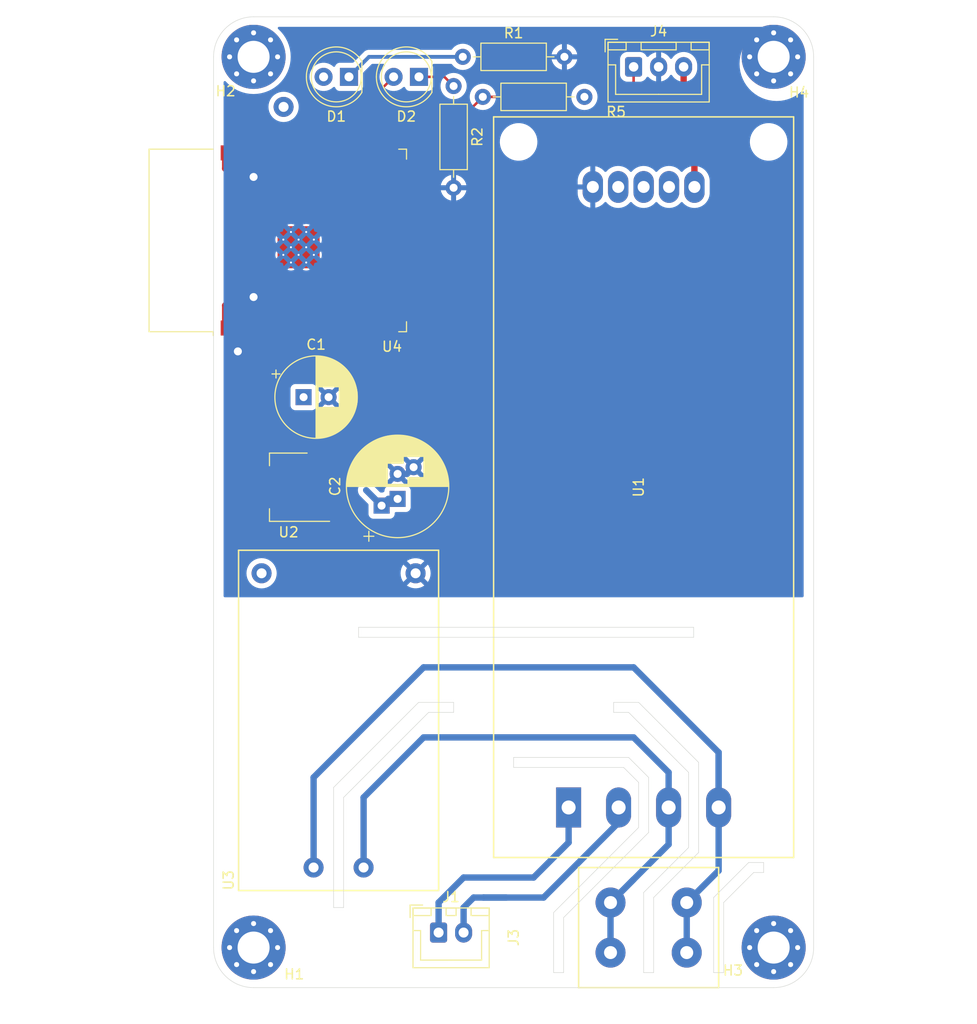
<source format=kicad_pcb>
(kicad_pcb (version 20221018) (generator pcbnew)
  (layers (0 "F.Cu" signal) (31 "B.Cu" signal) (34 "B.Paste" user) (35 "F.Paste" user) (36 "B.SilkS" user "B.Silkscreen") (37 "F.SilkS" user "F.Silkscreen") (38 "B.Mask" user) (39 "F.Mask" user) (44 "Edge.Cuts" user))
  (net 0 "")
  (net 1 "GND")
  (net 2 "+5V")
  (net 3 "+3V3")
  (net 4 "Net-(J3-Pin_1)")
  (net 5 "Net-(J3-Pin_2)")
  (net 6 "Net-(J4-Pin_1)")
  (net 7 "Net-(J1-Pin_1)")
  (net 8 "Net-(J1-Pin_2)")
  (net 9 "Net-(U1-RX)")
  (net 10 "Net-(U1-TX)")
  (net 11 "Net-(U1-CF)")
  (net 41 "Net-(D1-K)")
  (net 42 "Net-(D2-K)")
  (net 43 "Net-(D2-A)")
  (footprint "MountingHole:MountingHole_3.2mm_M3_Pad_Via" (layer "F.Cu") (at 56 -93)
    (fp_text reference "H4" (at 2.54 3.556) (layer "F.SilkS"))
    (fp_text value "MountingHole" hide)
    (pad "1" thru_hole circle (at -2.4 0) (size 0.8 0.8) (drill 0.5) (layers "*.Cu" "*.Mask"))
    (pad "1" thru_hole circle (at -1.697056 -1.697056) (size 0.8 0.8) (drill 0.5) (layers "*.Cu" "*.Mask"))
    (pad "1" thru_hole circle (at -1.697056 1.697056) (size 0.8 0.8) (drill 0.5) (layers "*.Cu" "*.Mask"))
    (pad "1" thru_hole circle (at 0 -2.4) (size 0.8 0.8) (drill 0.5) (layers "*.Cu" "*.Mask"))
    (pad "1" thru_hole circle (at 0 0) (size 6.4 6.4) (drill 3.2) (layers "*.Cu" "*.Mask"))
    (pad "1" thru_hole circle (at 0 2.4) (size 0.8 0.8) (drill 0.5) (layers "*.Cu" "*.Mask"))
    (pad "1" thru_hole circle (at 1.697056 -1.697056) (size 0.8 0.8) (drill 0.5) (layers "*.Cu" "*.Mask"))
    (pad "1" thru_hole circle (at 1.697056 1.697056) (size 0.8 0.8) (drill 0.5) (layers "*.Cu" "*.Mask"))
    (pad "1" thru_hole circle (at 2.4 0) (size 0.8 0.8) (drill 0.5) (layers "*.Cu" "*.Mask"))
  )
  (footprint "MountingHole:MountingHole_3.2mm_M3_Pad_Via" (layer "F.Cu") (at 56 -4)
    (fp_text reference "H3" (at -4.064 2.286) (layer "F.SilkS"))
    (fp_text value "MountingHole")
    (pad "1" thru_hole circle (at -2.4 0) (size 0.8 0.8) (drill 0.5) (layers "*.Cu" "*.Mask"))
    (pad "1" thru_hole circle (at -1.697056 -1.697056) (size 0.8 0.8) (drill 0.5) (layers "*.Cu" "*.Mask"))
    (pad "1" thru_hole circle (at -1.697056 1.697056) (size 0.8 0.8) (drill 0.5) (layers "*.Cu" "*.Mask"))
    (pad "1" thru_hole circle (at 0 -2.4) (size 0.8 0.8) (drill 0.5) (layers "*.Cu" "*.Mask"))
    (pad "1" thru_hole circle (at 0 0) (size 6.4 6.4) (drill 3.2) (layers "*.Cu" "*.Mask"))
    (pad "1" thru_hole circle (at 0 2.4) (size 0.8 0.8) (drill 0.5) (layers "*.Cu" "*.Mask"))
    (pad "1" thru_hole circle (at 1.697056 -1.697056) (size 0.8 0.8) (drill 0.5) (layers "*.Cu" "*.Mask"))
    (pad "1" thru_hole circle (at 1.697056 1.697056) (size 0.8 0.8) (drill 0.5) (layers "*.Cu" "*.Mask"))
    (pad "1" thru_hole circle (at 2.4 0) (size 0.8 0.8) (drill 0.5) (layers "*.Cu" "*.Mask"))
  )
  (footprint "MountingHole:MountingHole_3.2mm_M3_Pad_Via" (layer "F.Cu") (at 4 -93)
    (fp_text reference "H2" (at -2.794 3.429) (layer "F.SilkS"))
    (fp_text value "MountingHole")
    (pad "1" thru_hole circle (at -2.4 0) (size 0.8 0.8) (drill 0.5) (layers "*.Cu" "*.Mask"))
    (pad "1" thru_hole circle (at -1.697056 -1.697056) (size 0.8 0.8) (drill 0.5) (layers "*.Cu" "*.Mask"))
    (pad "1" thru_hole circle (at -1.697056 1.697056) (size 0.8 0.8) (drill 0.5) (layers "*.Cu" "*.Mask"))
    (pad "1" thru_hole circle (at 0 -2.4) (size 0.8 0.8) (drill 0.5) (layers "*.Cu" "*.Mask"))
    (pad "1" thru_hole circle (at 0 0) (size 6.4 6.4) (drill 3.2) (layers "*.Cu" "*.Mask"))
    (pad "1" thru_hole circle (at 0 2.4) (size 0.8 0.8) (drill 0.5) (layers "*.Cu" "*.Mask"))
    (pad "1" thru_hole circle (at 1.697056 -1.697056) (size 0.8 0.8) (drill 0.5) (layers "*.Cu" "*.Mask"))
    (pad "1" thru_hole circle (at 1.697056 1.697056) (size 0.8 0.8) (drill 0.5) (layers "*.Cu" "*.Mask"))
    (pad "1" thru_hole circle (at 2.4 0) (size 0.8 0.8) (drill 0.5) (layers "*.Cu" "*.Mask"))
  )
  (footprint "MountingHole:MountingHole_3.2mm_M3_Pad_Via" (layer "F.Cu") (at 4 -4)
    (fp_text reference "H1" (at 4.064 2.667) (layer "F.SilkS"))
    (fp_text value "MountingHole")
    (pad "1" thru_hole circle (at -2.4 0) (size 0.8 0.8) (drill 0.5) (layers "*.Cu" "*.Mask"))
    (pad "1" thru_hole circle (at -1.697056 -1.697056) (size 0.8 0.8) (drill 0.5) (layers "*.Cu" "*.Mask"))
    (pad "1" thru_hole circle (at -1.697056 1.697056) (size 0.8 0.8) (drill 0.5) (layers "*.Cu" "*.Mask"))
    (pad "1" thru_hole circle (at 0 -2.4) (size 0.8 0.8) (drill 0.5) (layers "*.Cu" "*.Mask"))
    (pad "1" thru_hole circle (at 0 0) (size 6.4 6.4) (drill 3.2) (layers "*.Cu" "*.Mask"))
    (pad "1" thru_hole circle (at 0 2.4) (size 0.8 0.8) (drill 0.5) (layers "*.Cu" "*.Mask"))
    (pad "1" thru_hole circle (at 1.697056 -1.697056) (size 0.8 0.8) (drill 0.5) (layers "*.Cu" "*.Mask"))
    (pad "1" thru_hole circle (at 1.697056 1.697056) (size 0.8 0.8) (drill 0.5) (layers "*.Cu" "*.Mask"))
    (pad "1" thru_hole circle (at 2.4 0) (size 0.8 0.8) (drill 0.5) (layers "*.Cu" "*.Mask"))
  )
  (footprint "Capacitor_THT:CP_Radial_D8.0mm_P2.50mm" (layer "F.Cu") (at 9 -59)
    (fp_text reference "C1" (at 1.25 -5.25) (layer "F.SilkS"))
    (fp_text value "CP")
    (pad "1" thru_hole rect (at 0 0) (size 1.6 1.6) (drill 0.8) (layers "*.Cu" "*.Mask") (net 3 "+3V3"))
    (pad "2" thru_hole circle (at 2.5 0) (size 1.6 1.6) (drill 0.8) (layers "*.Cu" "*.Mask") (net 1 "GND"))
  )
  (footprint "custom:PZEM-004T-100A-D-P" (layer "F.Cu") (at 43 -50 90)
    (fp_text reference "U1" (at 0 -0.5 90 unlocked) (layer "F.SilkS"))
    (fp_text value "~")
    (pad "" np_thru_hole circle (at -34.5 -12.5 90) (size 3.25 3.25) (drill 3.25) (layers "F&B.Cu" "*.Mask"))
    (pad "" np_thru_hole circle (at -34.5 12.5 180) (size 3.25 3.25) (drill 3.25) (layers "F&B.Cu" "*.Mask"))
    (pad "" np_thru_hole circle (at 34.5 -12.5 90) (size 3.25 3.25) (drill 3.25) (layers "F&B.Cu" "*.Mask"))
    (pad "" np_thru_hole circle (at 34.5 12.5 90) (size 3.25 3.25) (drill 3.25) (layers "F&B.Cu" "*.Mask"))
    (pad "1" thru_hole rect (at -32 -7.5 90) (size 4 2.5) (drill 1.4) (layers "*.Cu" "*.Mask") (net 7 "Net-(J1-Pin_1)"))
    (pad "2" thru_hole oval (at -32 -2.5 90) (size 4 2.5) (drill 1.4) (layers "*.Cu" "*.Mask") (net 8 "Net-(J1-Pin_2)"))
    (pad "3" thru_hole oval (at -32 2.5 90) (size 4 2.5) (drill 1.4) (layers "*.Cu" "*.Mask") (net 5 "Net-(J3-Pin_2)"))
    (pad "4" thru_hole oval (at -32 7.5 90) (size 4 2.5) (drill 1.4) (layers "*.Cu" "*.Mask") (net 4 "Net-(J3-Pin_1)"))
    (pad "5" thru_hole oval (at 30 5.08 90) (size 3.175 2.032) (drill 1.2) (layers "*.Cu" "*.Mask") (net 3 "+3V3"))
    (pad "6" thru_hole oval (at 30 2.54 90) (size 3.175 2.032) (drill 1.2) (layers "*.Cu" "*.Mask") (net 9 "Net-(U1-RX)"))
    (pad "7" thru_hole oval (at 30 0 90) (size 3.175 2.032) (drill 1.2) (layers "*.Cu" "*.Mask") (net 10 "Net-(U1-TX)"))
    (pad "8" thru_hole oval (at 30 -2.54 90) (size 3.175 2.032) (drill 1.2) (layers "*.Cu" "*.Mask") (net 11 "Net-(U1-CF)"))
    (pad "9" thru_hole oval (at 30 -5.08 90) (size 3.175 2.032) (drill 1.2) (layers "*.Cu" "*.Mask") (net 1 "GND"))
  )
  (footprint "Connector_JST:JST_XH_B2B-XH-A_1x02_P2.50mm_Vertical" (layer "F.Cu") (at 22.5 -5.5)
    (fp_text reference "J1" (at 1.25 -3.55) (layer "F.SilkS"))
    (fp_text value "Conn_01x04")
    (pad "1" thru_hole roundrect (at 0 0) (size 1.7 2) (drill 1) (layers "*.Cu" "*.Mask") (roundrect_rratio 0.147059) (net 7 "Net-(J1-Pin_1)"))
    (pad "2" thru_hole oval (at 2.5 0) (size 1.7 2) (drill 1) (layers "*.Cu" "*.Mask") (net 8 "Net-(J1-Pin_2)"))
  )
  (footprint "Resistor_THT:R_Axial_DIN0207_L6.3mm_D2.5mm_P10.16mm_Horizontal" (layer "F.Cu") (at 24 -90.08 -90)
    (fp_text reference "R2" (at 5.08 -2.37 90) (layer "F.SilkS"))
    (fp_text value "R_Small")
    (pad "1" thru_hole circle (at 0 0 270) (size 1.6 1.6) (drill 0.8) (layers "*.Cu" "*.Mask") (net 42 "Net-(D2-K)"))
    (pad "2" thru_hole oval (at 10.16 0 270) (size 1.6 1.6) (drill 0.8) (layers "*.Cu" "*.Mask") (net 1 "GND"))
  )
  (footprint "RF_Module:ESP32-WROOM-32" (layer "F.Cu") (at 9.41 -74.655 90)
    (fp_text reference "U4" (at -10.61 8.43) (layer "F.SilkS"))
    (fp_text value "ESP32-WROOM-32")
    (pad "1" smd rect locked (at -8.75 -8.25 90) (size 1.5 0.9) (layers "F.Cu" "F.Paste" "F.Mask") (net 1 "GND"))
    (pad "2" smd rect locked (at -8.75 -6.98 90) (size 1.5 0.9) (layers "F.Cu" "F.Paste" "F.Mask") (net 3 "+3V3"))
    (pad "3" smd rect locked (at -8.75 -5.71 90) (size 1.5 0.9) (layers "F.Cu" "F.Paste" "F.Mask"))
    (pad "4" smd rect locked (at -8.75 -4.44 90) (size 1.5 0.9) (layers "F.Cu" "F.Paste" "F.Mask"))
    (pad "5" smd rect locked (at -8.75 -3.17 90) (size 1.5 0.9) (layers "F.Cu" "F.Paste" "F.Mask"))
    (pad "6" smd rect locked (at -8.75 -1.9 90) (size 1.5 0.9) (layers "F.Cu" "F.Paste" "F.Mask"))
    (pad "7" smd rect locked (at -8.75 -0.63 90) (size 1.5 0.9) (layers "F.Cu" "F.Paste" "F.Mask"))
    (pad "8" smd rect locked (at -8.75 0.64 90) (size 1.5 0.9) (layers "F.Cu" "F.Paste" "F.Mask") (net 43 "Net-(D2-A)"))
    (pad "9" smd rect locked (at -8.75 1.91 90) (size 1.5 0.9) (layers "F.Cu" "F.Paste" "F.Mask"))
    (pad "10" smd rect locked (at -8.75 3.18 90) (size 1.5 0.9) (layers "F.Cu" "F.Paste" "F.Mask") (net 6 "Net-(J4-Pin_1)"))
    (pad "11" smd rect locked (at -8.75 4.45 90) (size 1.5 0.9) (layers "F.Cu" "F.Paste" "F.Mask"))
    (pad "12" smd rect locked (at -8.75 5.72 90) (size 1.5 0.9) (layers "F.Cu" "F.Paste" "F.Mask"))
    (pad "13" smd rect locked (at -8.75 6.99 90) (size 1.5 0.9) (layers "F.Cu" "F.Paste" "F.Mask"))
    (pad "14" smd rect locked (at -8.75 8.26 90) (size 1.5 0.9) (layers "F.Cu" "F.Paste" "F.Mask"))
    (pad "15" smd rect locked (at -5.71 9.51 180) (size 1.5 0.9) (layers "F.Cu" "F.Paste" "F.Mask") (net 1 "GND"))
    (pad "16" smd rect locked (at -4.44 9.51 180) (size 1.5 0.9) (layers "F.Cu" "F.Paste" "F.Mask"))
    (pad "17" smd rect locked (at -3.17 9.51 180) (size 1.5 0.9) (layers "F.Cu" "F.Paste" "F.Mask"))
    (pad "18" smd rect locked (at -1.9 9.51 180) (size 1.5 0.9) (layers "F.Cu" "F.Paste" "F.Mask"))
    (pad "19" smd rect locked (at -0.63 9.51 180) (size 1.5 0.9) (layers "F.Cu" "F.Paste" "F.Mask"))
    (pad "20" smd rect locked (at 0.64 9.51 180) (size 1.5 0.9) (layers "F.Cu" "F.Paste" "F.Mask"))
    (pad "21" smd rect locked (at 1.91 9.51 180) (size 1.5 0.9) (layers "F.Cu" "F.Paste" "F.Mask"))
    (pad "22" smd rect locked (at 3.18 9.51 180) (size 1.5 0.9) (layers "F.Cu" "F.Paste" "F.Mask"))
    (pad "23" smd rect locked (at 4.45 9.51 180) (size 1.5 0.9) (layers "F.Cu" "F.Paste" "F.Mask"))
    (pad "24" smd rect locked (at 5.72 9.51 180) (size 1.5 0.9) (layers "F.Cu" "F.Paste" "F.Mask"))
    (pad "25" smd rect locked (at 8.75 8.26 90) (size 1.5 0.9) (layers "F.Cu" "F.Paste" "F.Mask"))
    (pad "26" smd rect locked (at 8.75 6.99 90) (size 1.5 0.9) (layers "F.Cu" "F.Paste" "F.Mask"))
    (pad "27" smd rect locked (at 8.75 5.72 90) (size 1.5 0.9) (layers "F.Cu" "F.Paste" "F.Mask") (net 11 "Net-(U1-CF)"))
    (pad "28" smd rect locked (at 8.75 4.45 90) (size 1.5 0.9) (layers "F.Cu" "F.Paste" "F.Mask") (net 10 "Net-(U1-TX)"))
    (pad "29" smd rect locked (at 8.75 3.18 90) (size 1.5 0.9) (layers "F.Cu" "F.Paste" "F.Mask"))
    (pad "30" smd rect locked (at 8.75 1.91 90) (size 1.5 0.9) (layers "F.Cu" "F.Paste" "F.Mask") (net 9 "Net-(U1-RX)"))
    (pad "31" smd rect locked (at 8.75 0.64 90) (size 1.5 0.9) (layers "F.Cu" "F.Paste" "F.Mask"))
    (pad "32" smd rect locked (at 8.75 -0.63 90) (size 1.5 0.9) (layers "F.Cu" "F.Paste" "F.Mask"))
    (pad "33" smd rect locked (at 8.75 -1.9 90) (size 1.5 0.9) (layers "F.Cu" "F.Paste" "F.Mask"))
    (pad "34" smd rect locked (at 8.75 -3.17 90) (size 1.5 0.9) (layers "F.Cu" "F.Paste" "F.Mask"))
    (pad "35" smd rect locked (at 8.75 -4.44 90) (size 1.5 0.9) (layers "F.Cu" "F.Paste" "F.Mask"))
    (pad "36" smd rect locked (at 8.75 -5.71 90) (size 1.5 0.9) (layers "F.Cu" "F.Paste" "F.Mask"))
    (pad "37" smd rect locked (at 8.75 -6.98 90) (size 1.5 0.9) (layers "F.Cu" "F.Paste" "F.Mask"))
    (pad "38" smd rect locked (at 8.75 -8.25 90) (size 1.5 0.9) (layers "F.Cu" "F.Paste" "F.Mask") (net 1 "GND"))
    (pad "39" smd rect locked (at -2.205 -2.435 90) (size 1.05 1.05) (layers "F.Cu" "F.Paste") (net 1 "GND"))
    (pad "39" thru_hole circle locked (at -2.205 -1.6725 90) (size 0.6 0.6) (drill 0.2) (property pad_prop_heatsink) (layers "*.Cu" "F.Mask") (net 1 "GND"))
    (pad "39" smd rect locked (at -2.205 -0.91 90) (size 1.05 1.05) (layers "F.Cu" "F.Paste") (net 1 "GND"))
    (pad "39" thru_hole circle locked (at -2.205 -0.1475 90) (size 0.6 0.6) (drill 0.2) (property pad_prop_heatsink) (layers "*.Cu" "F.Mask") (net 1 "GND"))
    (pad "39" smd rect locked (at -2.205 0.615 90) (size 1.05 1.05) (layers "F.Cu" "F.Paste") (net 1 "GND"))
    (pad "39" thru_hole circle locked (at -1.4425 -2.435 90) (size 0.6 0.6) (drill 0.2) (property pad_prop_heatsink) (layers "*.Cu" "F.Mask") (net 1 "GND"))
    (pad "39" thru_hole circle locked (at -1.4425 -0.91 90) (size 0.6 0.6) (drill 0.2) (property pad_prop_heatsink) (layers "*.Cu" "F.Mask") (net 1 "GND"))
    (pad "39" thru_hole circle locked (at -1.4425 0.615 90) (size 0.6 0.6) (drill 0.2) (property pad_prop_heatsink) (layers "*.Cu" "F.Mask") (net 1 "GND"))
    (pad "39" smd rect locked (at -0.68 -2.435 90) (size 1.05 1.05) (layers "F.Cu" "F.Paste") (net 1 "GND"))
    (pad "39" thru_hole circle locked (at -0.68 -1.6725 90) (size 0.6 0.6) (drill 0.2) (property pad_prop_heatsink) (layers "*.Cu" "F.Mask") (net 1 "GND"))
    (pad "39" smd rect locked (at -0.68 -0.91 90) (size 1.05 1.05) (layers "F.Cu" "F.Paste") (net 1 "GND"))
    (pad "39" smd rect locked (at -0.68 -0.91 90) (size 4.2 4.2) (layers "F.Cu" "F.Mask") (net 1 "GND"))
    (pad "39" thru_hole circle locked (at -0.68 -0.1475 90) (size 0.6 0.6) (drill 0.2) (property pad_prop_heatsink) (layers "*.Cu" "F.Mask") (net 1 "GND"))
    (pad "39" smd rect locked (at -0.68 0.615 90) (size 1.05 1.05) (layers "F.Cu" "F.Paste") (net 1 "GND"))
    (pad "39" thru_hole circle locked (at 0.0825 -2.435 90) (size 0.6 0.6) (drill 0.2) (property pad_prop_heatsink) (layers "*.Cu" "F.Mask") (net 1 "GND"))
    (pad "39" thru_hole circle locked (at 0.0825 -0.91 90) (size 0.6 0.6) (drill 0.2) (property pad_prop_heatsink) (layers "*.Cu" "F.Mask") (net 1 "GND"))
    (pad "39" thru_hole circle locked (at 0.0825 0.615 90) (size 0.6 0.6) (drill 0.2) (property pad_prop_heatsink) (layers "*.Cu" "F.Mask") (net 1 "GND"))
    (pad "39" smd rect locked (at 0.845 -2.435 90) (size 1.05 1.05) (layers "F.Cu" "F.Paste") (net 1 "GND"))
    (pad "39" thru_hole circle locked (at 0.845 -1.6725 90) (size 0.6 0.6) (drill 0.2) (property pad_prop_heatsink) (layers "*.Cu" "F.Mask") (net 1 "GND"))
    (pad "39" smd rect locked (at 0.845 -0.91 90) (size 1.05 1.05) (layers "F.Cu" "F.Paste") (net 1 "GND"))
    (pad "39" thru_hole circle locked (at 0.845 -0.1475 90) (size 0.6 0.6) (drill 0.2) (property pad_prop_heatsink) (layers "*.Cu" "F.Mask") (net 1 "GND"))
    (pad "39" smd rect locked (at 0.845 0.615 90) (size 1.05 1.05) (layers "F.Cu" "F.Paste") (net 1 "GND"))
    (zone (net 0) (net_name "") (layers "F.Cu" "In1.Cu" "B.Cu") (connect_pads (clearance 0)) (min_thickness 0.254)
      (keepout (tracks not_allowed) (vias not_allowed) (pads not_allowed) (copperpour not_allowed) (footprints not_allowed))
      (fill (thermal_gap 0.508) (thermal_bridge_width 0.508))
      (polygon (pts (xy -0.39 -50.655) (xy -0.39 -98.655) (xy -21.33 -98.655) (xy -21.33 -50.655)))
    )
  )
  (footprint "Resistor_THT:R_Axial_DIN0207_L6.3mm_D2.5mm_P10.16mm_Horizontal" (layer "F.Cu") (at 37.08 -89 180)
    (fp_text reference "R5" (at -3.17 -1.5) (layer "F.SilkS"))
    (fp_text value "R_Small")
    (pad "1" thru_hole circle (at 0 0 180) (size 1.6 1.6) (drill 0.8) (layers "*.Cu" "*.Mask") (net 3 "+3V3"))
    (pad "2" thru_hole oval (at 10.16 0 180) (size 1.6 1.6) (drill 0.8) (layers "*.Cu" "*.Mask") (net 6 "Net-(J4-Pin_1)"))
  )
  (footprint "LED_THT:LED_D5.0mm" (layer "F.Cu") (at 20.54 -91 180)
    (fp_text reference "D2" (at 1.27 -3.96) (layer "F.SilkS"))
    (fp_text value "LED")
    (pad "1" thru_hole rect (at 0 0 180) (size 1.8 1.8) (drill 0.9) (layers "*.Cu" "*.Mask") (net 42 "Net-(D2-K)"))
    (pad "2" thru_hole circle (at 2.54 0 180) (size 1.8 1.8) (drill 0.9) (layers "*.Cu" "*.Mask") (net 43 "Net-(D2-A)"))
  )
  (footprint "Capacitor_THT:CP_Radial_D10.0mm_P2.50mm_P5.00mm" (layer "F.Cu") (at 18.4 -48.829063 90)
    (fp_text reference "C2" (at 1.25 -6.25 90) (layer "F.SilkS"))
    (fp_text value "CP")
    (pad "1" thru_hole rect (at -0.670937 -1.6 90) (size 1.6 1.6) (drill 0.8) (layers "*.Cu" "*.Mask") (net 2 "+5V"))
    (pad "1" thru_hole rect (at 0 0 90) (size 1.6 1.6) (drill 0.8) (layers "*.Cu" "*.Mask") (net 2 "+5V"))
    (pad "2" thru_hole circle (at 2.5 0 90) (size 1.6 1.6) (drill 0.8) (layers "*.Cu" "*.Mask") (net 1 "GND"))
    (pad "2" thru_hole circle (at 3.170937 1.6 90) (size 1.6 1.6) (drill 0.8) (layers "*.Cu" "*.Mask") (net 1 "GND"))
  )
  (footprint "LED_THT:LED_D5.0mm" (layer "F.Cu") (at 13.54 -91 180)
    (fp_text reference "D1" (at 1.27 -3.96) (layer "F.SilkS"))
    (fp_text value "LED")
    (pad "1" thru_hole rect (at 0 0 180) (size 1.8 1.8) (drill 0.9) (layers "*.Cu" "*.Mask") (net 41 "Net-(D1-K)"))
    (pad "2" thru_hole circle (at 2.54 0 180) (size 1.8 1.8) (drill 0.9) (layers "*.Cu" "*.Mask") (net 3 "+3V3"))
  )
  (footprint "Connector_JST:JST_XH_B3B-XH-A_1x03_P2.50mm_Vertical" (layer "F.Cu") (at 42 -92)
    (fp_text reference "J4" (at 2.5 -3.55) (layer "F.SilkS"))
    (fp_text value "Conn_01x04")
    (pad "1" thru_hole roundrect (at 0 0) (size 1.7 1.95) (drill 0.95) (layers "*.Cu" "*.Mask") (roundrect_rratio 0.1470588235) (net 6 "Net-(J4-Pin_1)"))
    (pad "2" thru_hole oval (at 2.5 0) (size 1.7 1.95) (drill 0.95) (layers "*.Cu" "*.Mask") (net 1 "GND"))
    (pad "3" thru_hole oval (at 5 0) (size 1.7 1.95) (drill 0.95) (layers "*.Cu" "*.Mask") (net 3 "+3V3"))
  )
  (footprint "Package_TO_SOT_SMD:SOT-223-3_TabPin2" (layer "F.Cu") (at 7.5 -50 180)
    (fp_text reference "U2" (at 0 -4.5) (layer "F.SilkS"))
    (fp_text value "AMS1117-3.3")
    (pad "1" smd rect (at -3.15 -2.3 180) (size 2 1.5) (layers "F.Cu" "F.Paste" "F.Mask") (net 1 "GND"))
    (pad "2" smd rect (at -3.15 0 180) (size 2 1.5) (layers "F.Cu" "F.Paste" "F.Mask") (net 3 "+3V3"))
    (pad "2" smd rect (at 3.15 0 180) (size 2 3.8) (layers "F.Cu" "F.Paste" "F.Mask") (net 3 "+3V3"))
    (pad "3" smd rect (at -3.15 2.3 180) (size 2 1.5) (layers "F.Cu" "F.Paste" "F.Mask") (net 2 "+5V"))
  )
  (footprint "Resistor_THT:R_Axial_DIN0207_L6.3mm_D2.5mm_P10.16mm_Horizontal" (layer "F.Cu") (at 24.92 -93)
    (fp_text reference "R1" (at 5.08 -2.37) (layer "F.SilkS"))
    (fp_text value "R_Small")
    (pad "1" thru_hole circle (at 0 0) (size 1.6 1.6) (drill 0.8) (layers "*.Cu" "*.Mask") (net 41 "Net-(D1-K)"))
    (pad "2" thru_hole oval (at 10.16 0) (size 1.6 1.6) (drill 0.8) (layers "*.Cu" "*.Mask") (net 1 "GND"))
  )
  (footprint "custom:WE 691411410002 - 2 Pin Wire-To-Board Terminal Block" (layer "F.Cu") (at 43.5 -6 -90)
    (fp_text reference "J3" (at 1 13.5 90) (layer "F.SilkS"))
    (fp_text value "Conn_01x02")
    (pad "1" thru_hole circle (at -2.5 -3.81 270) (size 3 3) (drill 1.3) (layers "*.Cu" "*.Mask") (net 4 "Net-(J3-Pin_1)"))
    (pad "1" thru_hole circle (at 2.5 -3.81 270) (size 3 3) (drill 1.3) (layers "*.Cu" "*.Mask") (net 4 "Net-(J3-Pin_1)"))
    (pad "2" thru_hole circle (at -2.5 3.81 270) (size 3 3) (drill 1.3) (layers "*.Cu" "*.Mask") (net 5 "Net-(J3-Pin_2)"))
    (pad "2" thru_hole circle (at 2.5 3.81 270) (size 3 3) (drill 1.3) (layers "*.Cu" "*.Mask") (net 5 "Net-(J3-Pin_2)"))
  )
  (footprint "custom:HLK-PM01" (layer "F.Cu") (at 12.5 -12 90)
    (fp_text reference "U3" (at -1.27 -11 90 unlocked) (layer "F.SilkS"))
    (fp_text value "~")
    (pad "1" thru_hole circle (at 0 -2.5 90) (size 2 2) (drill 1) (layers "*.Cu" "*.Mask") (net 4 "Net-(J3-Pin_1)"))
    (pad "2" thru_hole circle (at 0 2.5 90) (size 2 2) (drill 1) (layers "*.Cu" "*.Mask") (net 5 "Net-(J3-Pin_2)"))
    (pad "3" thru_hole circle (at 29.4 7.7 90) (size 2 2) (drill 1) (layers "*.Cu" "*.Mask") (net 1 "GND"))
    (pad "4" thru_hole circle (at 29.4 -7.7 90) (size 2 2) (drill 1) (layers "*.Cu" "*.Mask") (net 2 "+5V"))
  )
  (gr_line (start 51 -1.5) (end 50 -1.5) (stroke (width 0.05)) (layer "Edge.Cuts"))
  (gr_line (start 43 -1.5) (end 44 -1.5) (stroke (width 0.05)) (layer "Edge.Cuts"))
  (gr_line (start 48 -36) (end 14.5 -36) (stroke (width 0.05)) (layer "Edge.Cuts"))
  (gr_line (start 41.5 -27.5) (end 47.5 -21.5) (stroke (width 0.05)) (layer "Edge.Cuts"))
  (gr_arc (start 56 -97) (mid 58.828427 -95.828427) (end 60 -93) (stroke (width 0.05)) (layer "Edge.Cuts"))
  (gr_line (start 4 0) (end 56 0) (stroke (width 0.05)) (layer "Edge.Cuts"))
  (gr_line (start 43.5 -21) (end 41.5 -23) (stroke (width 0.05)) (layer "Edge.Cuts"))
  (gr_line (start 35 -1.5) (end 35 -7) (stroke (width 0.05)) (layer "Edge.Cuts"))
  (gr_line (start 47.5 -21.5) (end 47.5 -14) (stroke (width 0.05)) (layer "Edge.Cuts"))
  (gr_line (start 54 -11.5) (end 51 -8.5) (stroke (width 0.05)) (layer "Edge.Cuts"))
  (gr_line (start 41 -22) (end 42.5 -20.5) (stroke (width 0.05)) (layer "Edge.Cuts"))
  (gr_line (start 13 -8) (end 13 -19) (stroke (width 0.05)) (layer "Edge.Cuts"))
  (gr_arc (start 0 -93) (mid 1.171573 -95.828427) (end 4 -97) (stroke (width 0.05)) (layer "Edge.Cuts"))
  (gr_line (start 35 -7) (end 41 -13) (stroke (width 0.05)) (layer "Edge.Cuts"))
  (gr_line (start 24 -27.5) (end 24 -28.5) (stroke (width 0.05)) (layer "Edge.Cuts"))
  (gr_arc (start 60 -4) (mid 58.828427 -1.171573) (end 56 0) (stroke (width 0.05)) (layer "Edge.Cuts"))
  (gr_line (start 42.5 -16) (end 34 -7.5) (stroke (width 0.05)) (layer "Edge.Cuts"))
  (gr_line (start 48.5 -22.5) (end 42.5 -28.5) (stroke (width 0.05)) (layer "Edge.Cuts"))
  (gr_line (start 48.5 -14) (end 48.5 -22.5) (stroke (width 0.05)) (layer "Edge.Cuts"))
  (gr_line (start 44 -1.5) (end 44 -9) (stroke (width 0.05)) (layer "Edge.Cuts"))
  (gr_line (start 21.5 -27.5) (end 24 -27.5) (stroke (width 0.05)) (layer "Edge.Cuts"))
  (gr_line (start 56 -97) (end 4 -97) (stroke (width 0.05)) (layer "Edge.Cuts"))
  (gr_line (start 43.5 -15.5) (end 43.5 -21) (stroke (width 0.05)) (layer "Edge.Cuts"))
  (gr_line (start 34 -7.5) (end 34 -1.5) (stroke (width 0.05)) (layer "Edge.Cuts"))
  (gr_arc (start 4 0) (mid 1.171573 -1.171573) (end 0 -4) (stroke (width 0.05)) (layer "Edge.Cuts"))
  (gr_line (start 34 -1.5) (end 35 -1.5) (stroke (width 0.05)) (layer "Edge.Cuts"))
  (gr_line (start 12 -20) (end 12 -8) (stroke (width 0.05)) (layer "Edge.Cuts"))
  (gr_line (start 48.5 -13.5) (end 48.5 -14) (stroke (width 0.05)) (layer "Edge.Cuts"))
  (gr_line (start 42.5 -28.5) (end 40 -28.5) (stroke (width 0.05)) (layer "Edge.Cuts"))
  (gr_line (start 51 -8.5) (end 51 -1.5) (stroke (width 0.05)) (layer "Edge.Cuts"))
  (gr_line (start 41 -13) (end 43.5 -15.5) (stroke (width 0.05)) (layer "Edge.Cuts"))
  (gr_line (start 20.5 -28.5) (end 12 -20) (stroke (width 0.05)) (layer "Edge.Cuts"))
  (gr_line (start 43.5 -10) (end 43 -9.5) (stroke (width 0.05)) (layer "Edge.Cuts"))
  (gr_line (start 42.5 -20.5) (end 42.5 -16) (stroke (width 0.05)) (layer "Edge.Cuts"))
  (gr_line (start 47.5 -14) (end 43.5 -10) (stroke (width 0.05)) (layer "Edge.Cuts"))
  (gr_line (start 50 -9) (end 53.5 -12.5) (stroke (width 0.05)) (layer "Edge.Cuts"))
  (gr_line (start 60 -4) (end 60 -93) (stroke (width 0.05)) (layer "Edge.Cuts"))
  (gr_line (start 55 -12.5) (end 55 -11.5) (stroke (width 0.05)) (layer "Edge.Cuts"))
  (gr_line (start 14.5 -36) (end 14.5 -35) (stroke (width 0.05)) (layer "Edge.Cuts"))
  (gr_line (start 50 -1.5) (end 50 -9) (stroke (width 0.05)) (layer "Edge.Cuts"))
  (gr_line (start 13 -19) (end 21.5 -27.5) (stroke (width 0.05)) (layer "Edge.Cuts"))
  (gr_line (start 12 -8) (end 13 -8) (stroke (width 0.05)) (layer "Edge.Cuts"))
  (gr_line (start 53.5 -12.5) (end 55 -12.5) (stroke (width 0.05)) (layer "Edge.Cuts"))
  (gr_line (start 30 -23) (end 30 -22) (stroke (width 0.05)) (layer "Edge.Cuts"))
  (gr_line (start 14.5 -35) (end 48 -35) (stroke (width 0.05)) (layer "Edge.Cuts"))
  (gr_line (start 24 -28.5) (end 20.5 -28.5) (stroke (width 0.05)) (layer "Edge.Cuts"))
  (gr_line (start 44 -9) (end 48.5 -13.5) (stroke (width 0.05)) (layer "Edge.Cuts"))
  (gr_line (start 40 -28.5) (end 40 -27.5) (stroke (width 0.05)) (layer "Edge.Cuts"))
  (gr_line (start 55 -11.5) (end 54 -11.5) (stroke (width 0.05)) (layer "Edge.Cuts"))
  (gr_line (start 40 -27.5) (end 41.5 -27.5) (stroke (width 0.05)) (layer "Edge.Cuts"))
  (gr_line (start 0 -93) (end 0 -4) (stroke (width 0.05)) (layer "Edge.Cuts"))
  (gr_line (start 48 -36) (end 48 -35) (stroke (width 0.05)) (layer "Edge.Cuts"))
  (gr_line (start 43 -9.5) (end 43 -1.5) (stroke (width 0.05)) (layer "Edge.Cuts"))
  (gr_line (start 30 -22) (end 41 -22) (stroke (width 0.05)) (layer "Edge.Cuts"))
  (gr_line (start 41.5 -23) (end 30 -23) (stroke (width 0.05)) (layer "Edge.Cuts"))
  (segment (start 1.16 -68.16) (end 2 -69) (width 0.635) (layer "F.Cu") (net 1))
  (segment (start 1.16 -83.405) (end 1.16 -81.84) (width 0.635) (layer "F.Cu") (net 1))
  (segment (start 2 -81) (end 4 -81) (width 0.635) (layer "F.Cu") (net 1))
  (segment (start 1.16 -81.84) (end 2 -81) (width 0.635) (layer "F.Cu") (net 1))
  (segment (start 2 -69) (end 4 -69) (width 0.635) (layer "F.Cu") (net 1))
  (segment (start 1.16 -65.905) (end 1.16 -68.16) (width 0.635) (layer "F.Cu") (net 1))
  (via (at 4 -81) (size 1.5) (drill 0.8) (layers "F.Cu" "B.Cu") (net 1))
  (via (at 4 -69) (size 1.5) (drill 0.8) (layers "F.Cu" "B.Cu") (net 1))
  (segment (start 18.4 -51.329063) (end 19.329063 -51.329063) (width 0.635) (layer "B.Cu") (net 1))
  (segment (start 19.329063 -51.329063) (end 20 -52) (width 0.635) (layer "B.Cu") (net 1))
  (segment (start 17.470937 -48.829063) (end 16.8 -48.158126) (width 0.635) (layer "B.Cu") (net 2))
  (segment (start 18.4 -48.829063) (end 17.470937 -48.829063) (width 0.635) (layer "B.Cu") (net 2))
  (segment (start 16.8 -48.158126) (end 15.258126 -49.7) (width 0.635) (layer "B.Cu") (net 2))
  (segment (start 48.08 -85.42) (end 48.08 -80) (width 0.635) (layer "F.Cu") (net 3))
  (segment (start 47 -92) (end 47 -86.5) (width 0.635) (layer "F.Cu") (net 3))
  (segment (start 47 -86.5) (end 48.08 -85.42) (width 0.635) (layer "F.Cu") (net 3))
  (segment (start 2.43 -65.905) (end 2.43 -63.57) (width 0.635) (layer "F.Cu") (net 3))
  (via (at 2.43 -63.57) (size 1.5) (drill 0.8) (layers "F.Cu" "B.Cu") (net 3))
  (via (at 7 -88) (size 2) (drill 1) (layers "F.Cu" "B.Cu") (net 3))
  (segment (start 50.5 -11.69) (end 47.31 -8.5) (width 0.635) (layer "B.Cu") (net 4))
  (segment (start 42 -32) (end 50.5 -23.5) (width 0.635) (layer "B.Cu") (net 4))
  (segment (start 47.31 -8.5) (end 47.31 -3.5) (width 0.635) (layer "B.Cu") (net 4))
  (segment (start 10 -12) (end 10 -21) (width 0.635) (layer "B.Cu") (net 4))
  (segment (start 50.5 -23.5) (end 50.5 -18) (width 0.635) (layer "B.Cu") (net 4))
  (segment (start 50.5 -23.5) (end 50.5 -11.69) (width 0.635) (layer "B.Cu") (net 4))
  (segment (start 21 -32) (end 42 -32) (width 0.635) (layer "B.Cu") (net 4))
  (segment (start 10 -21) (end 21 -32) (width 0.635) (layer "B.Cu") (net 4))
  (segment (start 47 -3.81) (end 47.31 -3.5) (width 0.635) (layer "B.Cu") (net 4))
  (segment (start 21 -25) (end 15 -19) (width 0.635) (layer "B.Cu") (net 5))
  (segment (start 42 -10.81) (end 39.69 -8.5) (width 0.635) (layer "B.Cu") (net 5))
  (segment (start 45.5 -21.5) (end 42 -25) (width 0.635) (layer "B.Cu") (net 5))
  (segment (start 42 -25) (end 21 -25) (width 0.635) (layer "B.Cu") (net 5))
  (segment (start 39.69 -8.5) (end 45.5 -14.31) (width 0.635) (layer "B.Cu") (net 5))
  (segment (start 45.5 -14.31) (end 45.5 -18) (width 0.635) (layer "B.Cu") (net 5))
  (segment (start 45.5 -18) (end 45.5 -21.5) (width 0.635) (layer "B.Cu") (net 5))
  (segment (start 15 -19) (end 15 -12) (width 0.635) (layer "B.Cu") (net 5))
  (segment (start 39.69 -3.5) (end 39.69 -8.5) (width 0.635) (layer "B.Cu") (net 5))
  (segment (start 13.565 -86.565) (end 14.5 -87.5) (width 0.25) (layer "F.Cu") (net 6))
  (segment (start 26.92 -89) (end 31 -89) (width 0.25) (layer "F.Cu") (net 6))
  (segment (start 14.5 -87.5) (end 25.42 -87.5) (width 0.25) (layer "F.Cu") (net 6))
  (segment (start 25.42 -87.5) (end 26.92 -89) (width 0.25) (layer "F.Cu") (net 6))
  (segment (start 42 -90.5) (end 42 -92) (width 0.25) (layer "F.Cu") (net 6))
  (segment (start 37 -87) (end 38.5 -87) (width 0.25) (layer "F.Cu") (net 6))
  (segment (start 31 -89) (end 33 -87) (width 0.25) (layer "F.Cu") (net 6))
  (segment (start 13.565 -84.93) (end 13.565 -86.565) (width 0.25) (layer "F.Cu") (net 6))
  (segment (start 38.5 -87) (end 42 -90.5) (width 0.25) (layer "F.Cu") (net 6))
  (segment (start 33 -87) (end 37 -87) (width 0.25) (layer "F.Cu") (net 6))
  (segment (start 22.5 -8.5) (end 25 -11) (width 0.635) (layer "B.Cu") (net 7))
  (segment (start 25 -11) (end 32 -11) (width 0.635) (layer "B.Cu") (net 7))
  (segment (start 22.5 -5.5) (end 22.5 -8.5) (width 0.635) (layer "B.Cu") (net 7))
  (segment (start 35.5 -14.5) (end 35.5 -18) (width 0.635) (layer "B.Cu") (net 7))
  (segment (start 32 -11) (end 35.5 -14.5) (width 0.635) (layer "B.Cu") (net 7))
  (segment (start 40.5 -16.5) (end 40.5 -18) (width 0.635) (layer "B.Cu") (net 8))
  (segment (start 25 -8) (end 26 -9) (width 0.635) (layer "B.Cu") (net 8))
  (segment (start 27 -9) (end 29.25 -9) (width 0.635) (layer "B.Cu") (net 8))
  (segment (start 27 -9) (end 33 -9) (width 0.635) (layer "B.Cu") (net 8))
  (segment (start 33 -9) (end 40.5 -16.5) (width 0.635) (layer "B.Cu") (net 8))
  (segment (start 26 -9) (end 27 -9) (width 0.635) (layer "B.Cu") (net 8))
  (segment (start 25 -5.5) (end 25 -8) (width 0.635) (layer "B.Cu") (net 8))
  (segment (start 13.54 -91) (end 15.54 -93) (width 0.381) (layer "B.Cu") (net 41))
  (segment (start 15.54 -93) (end 24.92 -93) (width 0.381) (layer "B.Cu") (net 41))
  (segment (start 20.54 -91) (end 23.08 -91) (width 0.25) (layer "F.Cu") (net 42))
  (segment (start 23.08 -91) (end 24 -90.08) (width 0.25) (layer "F.Cu") (net 42))
  (segment (start 11.025 -87.025) (end 11.025 -84.93) (width 0.25) (layer "F.Cu") (net 43))
  (segment (start 13 -89) (end 11.025 -87.025) (width 0.25) (layer "F.Cu") (net 43))
  (segment (start 16 -89) (end 13 -89) (width 0.25) (layer "F.Cu") (net 43))
  (segment (start 18 -91) (end 16 -89) (width 0.25) (layer "F.Cu") (net 43))
  (zone locked (net 1) (net_name "GND") (layer "B.Cu") (connect_pads (clearance 0.508)) (min_thickness 0.25) (fill yes (thermal_gap 0.5) (thermal_bridge_width 0.5))
    (polygon (pts (xy 1 -96) (xy 1 -39) (xy 59 -39) (xy 59 -96)))
  )
)
</source>
